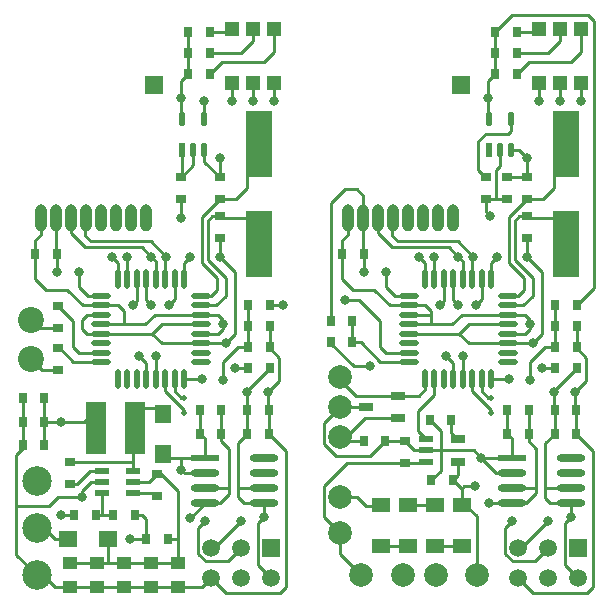
<source format=gtl>
%FSTAX24Y24*%
%MOIN*%
G70*
G01*
G75*
G04 Layer_Physical_Order=1*
G04 Layer_Color=255*
%ADD10R,0.0472X0.0217*%
%ADD11R,0.0472X0.0256*%
%ADD12R,0.0315X0.0374*%
%ADD13R,0.0630X0.0492*%
%ADD14R,0.0374X0.0315*%
%ADD15C,0.0197*%
%ADD16O,0.0217X0.0650*%
%ADD17O,0.0650X0.0217*%
%ADD18R,0.0472X0.0472*%
G04:AMPARAMS|DCode=19|XSize=21.7mil|YSize=47.2mil|CornerRadius=0mil|HoleSize=0mil|Usage=FLASHONLY|Rotation=180.000|XOffset=0mil|YOffset=0mil|HoleType=Round|Shape=Octagon|*
%AMOCTAGOND19*
4,1,8,0.0054,-0.0236,-0.0054,-0.0236,-0.0108,-0.0182,-0.0108,0.0182,-0.0054,0.0236,0.0054,0.0236,0.0108,0.0182,0.0108,-0.0182,0.0054,-0.0236,0.0*
%
%ADD19OCTAGOND19*%

%ADD20R,0.0217X0.0472*%
%ADD21R,0.0900X0.2200*%
%ADD22O,0.0394X0.0906*%
%ADD23O,0.0945X0.0236*%
%ADD24R,0.0945X0.0236*%
%ADD25R,0.0551X0.0591*%
%ADD26R,0.0591X0.0551*%
%ADD27R,0.0512X0.0394*%
%ADD28R,0.0709X0.1772*%
%ADD29C,0.0100*%
%ADD30C,0.0787*%
%ADD31C,0.0591*%
%ADD32C,0.0591*%
%ADD33R,0.0591X0.0591*%
%ADD34R,0.0591X0.0591*%
%ADD35C,0.0866*%
%ADD36C,0.0984*%
%ADD37C,0.0320*%
D10*
X0375Y030915D02*
D03*
Y030541D02*
D03*
Y030167D02*
D03*
X0267Y029117D02*
D03*
Y029491D02*
D03*
Y029865D02*
D03*
X027734Y029117D02*
D03*
Y029491D02*
D03*
Y029865D02*
D03*
D11*
X038544Y030167D02*
D03*
Y030915D02*
D03*
X0355Y031991D02*
D03*
X036544Y031617D02*
D03*
Y032365D02*
D03*
D12*
X034318Y034841D02*
D03*
X035026D02*
D03*
X035418Y030841D02*
D03*
X036126D02*
D03*
X034318Y034141D02*
D03*
X035026D02*
D03*
X038326Y031541D02*
D03*
X037618D02*
D03*
X035413Y037091D02*
D03*
X034704D02*
D03*
X041804Y034691D02*
D03*
X042513D02*
D03*
X042513Y035391D02*
D03*
X041804D02*
D03*
X041804Y033991D02*
D03*
X042513D02*
D03*
X042513Y033291D02*
D03*
X041804D02*
D03*
X039804Y043091D02*
D03*
X040513D02*
D03*
X039804Y043791D02*
D03*
X040513D02*
D03*
X039804Y044491D02*
D03*
X040513D02*
D03*
X037668Y029541D02*
D03*
X038376D02*
D03*
X04248Y031102D02*
D03*
X041772D02*
D03*
X04248Y03189D02*
D03*
X041772D02*
D03*
X040197D02*
D03*
X040906D02*
D03*
X040197Y031102D02*
D03*
X040906D02*
D03*
X025176Y037091D02*
D03*
X024468D02*
D03*
X031568Y034691D02*
D03*
X032276D02*
D03*
X032276Y035391D02*
D03*
X031568D02*
D03*
X031568Y033991D02*
D03*
X032276D02*
D03*
X032276Y033291D02*
D03*
X031568D02*
D03*
X029568Y043091D02*
D03*
X030276D02*
D03*
X029568Y043791D02*
D03*
X030276D02*
D03*
X029568Y044491D02*
D03*
X030276D02*
D03*
X027776Y028391D02*
D03*
X027068D02*
D03*
X026476D02*
D03*
X025768D02*
D03*
X024764Y030709D02*
D03*
X024055D02*
D03*
Y032283D02*
D03*
X024764D02*
D03*
X024055Y031496D02*
D03*
X024764D02*
D03*
X028876Y027591D02*
D03*
X028168D02*
D03*
X032244Y031102D02*
D03*
X031535D02*
D03*
X032244Y03189D02*
D03*
X031535D02*
D03*
X029961D02*
D03*
X030669D02*
D03*
X029961Y031102D02*
D03*
X030669D02*
D03*
D13*
X037772Y02872D02*
D03*
Y027361D02*
D03*
X036872D02*
D03*
Y02872D02*
D03*
X035972D02*
D03*
Y027361D02*
D03*
X038672D02*
D03*
Y02872D02*
D03*
D14*
X040172Y038936D02*
D03*
Y039645D02*
D03*
X039472Y038936D02*
D03*
Y039645D02*
D03*
X036772Y030845D02*
D03*
Y030136D02*
D03*
X040858Y039645D02*
D03*
Y038936D02*
D03*
Y037636D02*
D03*
Y038345D02*
D03*
X025222Y033945D02*
D03*
Y033236D02*
D03*
Y035345D02*
D03*
Y034636D02*
D03*
X029322Y039645D02*
D03*
Y038936D02*
D03*
X028522Y029036D02*
D03*
Y029745D02*
D03*
X025622Y030145D02*
D03*
Y029436D02*
D03*
X030622Y039645D02*
D03*
Y038936D02*
D03*
Y037636D02*
D03*
Y038345D02*
D03*
D15*
X039658Y0318D02*
D03*
Y0323D02*
D03*
X029422Y0318D02*
D03*
Y0323D02*
D03*
D16*
X039661Y032937D02*
D03*
X039346D02*
D03*
X039031D02*
D03*
X038716D02*
D03*
X038401D02*
D03*
X038086D02*
D03*
X037771D02*
D03*
X037456D02*
D03*
Y036244D02*
D03*
X037771D02*
D03*
X038086D02*
D03*
X038401D02*
D03*
X038716D02*
D03*
X039031D02*
D03*
X039346D02*
D03*
X039661D02*
D03*
X029424Y032937D02*
D03*
X029109D02*
D03*
X028794D02*
D03*
X02848D02*
D03*
X028165D02*
D03*
X02785D02*
D03*
X027535D02*
D03*
X02722D02*
D03*
Y036244D02*
D03*
X027535D02*
D03*
X02785D02*
D03*
X028165D02*
D03*
X02848D02*
D03*
X028794D02*
D03*
X029109D02*
D03*
X029424D02*
D03*
D17*
X036905Y033488D02*
D03*
Y033803D02*
D03*
Y034118D02*
D03*
Y034433D02*
D03*
Y034748D02*
D03*
Y035063D02*
D03*
Y035378D02*
D03*
Y035693D02*
D03*
X040212D02*
D03*
Y035378D02*
D03*
Y035063D02*
D03*
Y034748D02*
D03*
Y034433D02*
D03*
Y034118D02*
D03*
Y033803D02*
D03*
Y033488D02*
D03*
X026669D02*
D03*
Y033803D02*
D03*
Y034118D02*
D03*
Y034433D02*
D03*
Y034748D02*
D03*
Y035063D02*
D03*
Y035378D02*
D03*
Y035693D02*
D03*
X029976D02*
D03*
Y035378D02*
D03*
Y035063D02*
D03*
Y034748D02*
D03*
Y034433D02*
D03*
Y034118D02*
D03*
Y033803D02*
D03*
Y033488D02*
D03*
D18*
X041269Y042805D02*
D03*
X041958D02*
D03*
X042647D02*
D03*
Y044576D02*
D03*
X041958D02*
D03*
X041269D02*
D03*
X031033Y042805D02*
D03*
X031722D02*
D03*
X032411D02*
D03*
Y044576D02*
D03*
X031722D02*
D03*
X031033D02*
D03*
D19*
X040332Y040568D02*
D03*
X039958D02*
D03*
X040332Y041602D02*
D03*
X039584D02*
D03*
X030096Y040568D02*
D03*
X029722D02*
D03*
X030096Y041602D02*
D03*
X029348D02*
D03*
D20*
X039584Y040568D02*
D03*
X029348D02*
D03*
D21*
X042158Y037417D02*
D03*
Y040764D02*
D03*
X031922Y037417D02*
D03*
Y040764D02*
D03*
D22*
X034886Y038307D02*
D03*
X035386D02*
D03*
X035886D02*
D03*
X036386D02*
D03*
X036886D02*
D03*
X037386D02*
D03*
X037886D02*
D03*
X038386D02*
D03*
X02465D02*
D03*
X02515D02*
D03*
X02565D02*
D03*
X02615D02*
D03*
X02665D02*
D03*
X02715D02*
D03*
X02765D02*
D03*
X02815D02*
D03*
D23*
X042323Y028778D02*
D03*
Y029278D02*
D03*
Y029778D02*
D03*
Y030278D02*
D03*
X040354Y028778D02*
D03*
Y029278D02*
D03*
Y029778D02*
D03*
X032087Y028778D02*
D03*
Y029278D02*
D03*
Y029778D02*
D03*
Y030278D02*
D03*
X030118Y028778D02*
D03*
Y029278D02*
D03*
Y029778D02*
D03*
D24*
X040354Y030278D02*
D03*
X030118D02*
D03*
D25*
X028722Y030431D02*
D03*
Y031769D02*
D03*
D26*
X025553Y027591D02*
D03*
X026891D02*
D03*
D27*
X027422Y025997D02*
D03*
Y026784D02*
D03*
X026522Y025997D02*
D03*
Y026784D02*
D03*
X025622Y025997D02*
D03*
Y026784D02*
D03*
X028322Y025997D02*
D03*
Y026784D02*
D03*
X029222Y025997D02*
D03*
Y026784D02*
D03*
D28*
X026472Y0313D02*
D03*
X027772D02*
D03*
D29*
X030922Y029091D02*
Y029291D01*
X030609Y028778D02*
X030922Y029091D01*
X030118Y028778D02*
X030609D01*
X041458Y029291D02*
Y030789D01*
Y028954D02*
Y029291D01*
X041471Y029278D01*
X042323D01*
X041458Y028954D02*
X041635Y028778D01*
X042323D01*
X031222Y029291D02*
X031235Y029278D01*
X031222Y029291D02*
Y030789D01*
Y028991D02*
Y029291D01*
X031235Y029278D02*
X032087D01*
X031222Y028991D02*
X031435Y028778D01*
X032087D01*
X024055Y030709D02*
Y032283D01*
X029322Y0299D02*
X029444Y029778D01*
X030118D01*
X024764Y031496D02*
X026078D01*
X030909Y029278D02*
X030922Y029291D01*
X024764Y030709D02*
Y032283D01*
X030118Y029278D02*
X030909D01*
X039335Y030278D02*
X039835Y029778D01*
X040354D01*
X041158Y029591D02*
Y030591D01*
Y029127D02*
Y029591D01*
X040809Y028778D02*
X041158Y029127D01*
X040354Y028778D02*
X040809D01*
X039172Y026391D02*
Y028341D01*
X038793Y02872D02*
X039172Y028341D01*
X038672Y02872D02*
X038793D01*
X036126Y030841D02*
X036131Y030845D01*
X036772D01*
X034503Y030341D02*
X035626D01*
X036126Y030841D01*
X034622Y030991D02*
X034772Y030841D01*
X035418D01*
X034078Y030765D02*
X034503Y030341D01*
X034078Y030765D02*
Y031447D01*
X034622Y031991D01*
X037222Y031192D02*
Y031841D01*
X037771Y032389D01*
X037222Y031192D02*
X0375Y030915D01*
X037771Y032389D02*
Y032937D01*
X038672Y029245D02*
X038768Y029341D01*
X039122D01*
X035386Y038607D02*
Y039027D01*
X035172Y039241D02*
X035386Y039027D01*
X034772Y039241D02*
X035172D01*
X034318Y038786D02*
X034772Y039241D01*
X034318Y034841D02*
Y038786D01*
X035026Y034141D02*
X035026Y034141D01*
Y034841D01*
X035072Y033341D02*
X035622D01*
X034318Y034095D02*
X035072Y033341D01*
X034318Y034095D02*
Y034141D01*
X035318D02*
X03597Y033488D01*
X035026Y034141D02*
X035318D01*
X037636Y035063D02*
X037658Y035041D01*
Y035191D01*
Y034748D02*
Y035041D01*
X036905Y035063D02*
X037636D01*
X035263Y035541D02*
X035958Y034845D01*
X034772Y035541D02*
X035263D01*
X039472Y038491D02*
X039622Y038341D01*
X039472Y038491D02*
Y038936D01*
X039822Y038936D02*
X040172D01*
X039472D02*
X039822D01*
Y039891D01*
X039958Y040027D02*
Y040568D01*
X039822Y039891D02*
X039958Y040027D01*
X039472Y038936D02*
X039472Y038936D01*
X039572Y028791D02*
X039585Y028778D01*
X040354D01*
X039472Y041091D02*
X040222D01*
X039222Y040841D02*
X039472Y041091D01*
X039222Y039891D02*
Y040841D01*
X040222Y041091D02*
X040332Y041201D01*
Y041602D01*
X039222Y039891D02*
X039468Y039645D01*
X039472D01*
X04059Y040568D02*
X040858Y0403D01*
X040332Y040568D02*
X04059D01*
X040172Y039645D02*
X040858D01*
X039804Y044491D02*
X040354Y045041D01*
X042872D01*
X043072Y044841D01*
Y03595D02*
Y044841D01*
X042513Y035391D02*
X043072Y03595D01*
X035943Y028691D02*
X035972Y02872D01*
X035472Y028691D02*
X035943D01*
X035172Y028991D02*
X035472Y028691D01*
X034622Y028991D02*
X035172D01*
X035148Y032365D02*
X036544D01*
X034622Y032891D02*
X035148Y032365D01*
X037246D02*
X037456Y032574D01*
X036544Y032365D02*
X037246D01*
X034622Y032891D02*
Y032991D01*
Y030991D02*
X034822D01*
X035448Y031617D01*
X036544D01*
X034622Y031991D02*
X0355D01*
X037456Y032574D02*
Y032937D01*
X039072Y030541D02*
X039335Y030278D01*
X037972Y030541D02*
X039072D01*
X039335Y030278D02*
X040354D01*
X0375Y030541D02*
X037972D01*
Y031186D01*
Y029845D02*
Y030541D01*
X038326Y031133D02*
X038544Y030915D01*
X038326Y031133D02*
Y031541D01*
X037618D02*
X037972Y031186D01*
X036772Y030845D02*
X037076Y030541D01*
X0375D01*
X029322Y0299D02*
Y030291D01*
X030105D01*
X037668Y029541D02*
X037972Y029845D01*
X037469Y030136D02*
X0375Y030167D01*
X036772Y030136D02*
X037469D01*
X034868D02*
X036772D01*
X034078Y029347D02*
X034868Y030136D01*
X034078Y028334D02*
Y029347D01*
Y028334D02*
X034622Y027791D01*
Y027091D02*
Y027791D01*
Y027091D02*
X035322Y026391D01*
X035972Y027361D02*
X036872D01*
X037772D02*
X038672D01*
X036872Y02872D02*
X037772D01*
X038376Y029541D02*
X038672Y029245D01*
Y02872D02*
Y029245D01*
X038376Y029541D02*
X038544Y029709D01*
Y030167D01*
X039658Y0318D02*
Y0319D01*
X039031Y032528D02*
X039658Y0319D01*
X039346Y032513D02*
X039558Y0323D01*
X039658D01*
X039346Y032513D02*
Y032937D01*
X039031Y032528D02*
Y032937D01*
X040212Y034118D02*
X041058D01*
X041804Y035391D02*
X041804Y035391D01*
X042513Y033991D02*
X042513Y033991D01*
X038716Y032937D02*
Y033633D01*
X040558Y026291D02*
X041058Y025791D01*
X042858D01*
X043058Y025991D01*
Y030524D01*
X04248Y031102D02*
X043058Y030524D01*
X04248Y031102D02*
X04248Y031102D01*
Y03189D01*
X042113Y026736D02*
Y028116D01*
X042323Y028326D01*
X042113Y026736D02*
X042558Y026291D01*
X040197Y031102D02*
X040354Y030945D01*
Y030278D02*
Y030945D01*
X040197Y031102D02*
X040197Y031102D01*
Y03189D01*
X037658Y034748D02*
X038371D01*
X036905D02*
X037658D01*
X037471Y035378D02*
X037658Y035191D01*
X036905Y035378D02*
X037471D01*
X041358Y033291D02*
X041804D01*
X042323Y028326D02*
Y028778D01*
X040801Y034433D02*
X040958Y034591D01*
X040212Y034433D02*
X040801D01*
X040212Y035063D02*
X040786D01*
X040958Y034891D01*
X038601Y034433D02*
X038916Y034118D01*
X040212D01*
X036905Y034433D02*
X038601D01*
X038916Y034748D01*
X040212D01*
X038371D02*
X038686Y035063D01*
X040212D01*
X041458Y030789D02*
X041772Y031102D01*
X041772Y031102D01*
Y03189D01*
X040906Y030843D02*
X041158Y030591D01*
X040906Y030843D02*
Y031102D01*
X040906Y031102D01*
Y03189D01*
X040354Y029278D02*
X041158D01*
X038086Y035528D02*
Y036244D01*
X037958Y0354D02*
X038086Y035528D01*
X038401Y035557D02*
Y036244D01*
Y035557D02*
X038558Y0354D01*
X039346Y035587D02*
Y036244D01*
X039158Y0354D02*
X039346Y035587D01*
X03597Y033488D02*
X036905D01*
X036155Y033803D02*
X036905D01*
X035958Y034D02*
X036155Y033803D01*
X035958Y034D02*
Y034845D01*
X040603Y038345D02*
X040858D01*
X040458Y0382D02*
X040603Y038345D01*
X040458Y0369D02*
Y0382D01*
Y0369D02*
X041058Y0363D01*
X040212Y035693D02*
X040551D01*
X040758Y0359D01*
Y0363D01*
X040258Y0368D02*
X040758Y0363D01*
X040258Y0368D02*
Y038336D01*
X040858Y038936D01*
Y038345D02*
X040903Y0383D01*
X041858D01*
X040858Y038936D02*
X041394D01*
X041758Y0393D01*
Y0398D01*
X038401Y032937D02*
Y033457D01*
X038158Y0337D02*
X038401Y033457D01*
X039661Y032937D02*
X040261D01*
X039031Y036244D02*
Y036972D01*
X039058Y037D01*
X038716Y036244D02*
Y036843D01*
X038558Y037D02*
X038716Y036843D01*
X037771Y036244D02*
Y036987D01*
X037758Y037D02*
X037771Y036987D01*
X037456Y036244D02*
Y036802D01*
X037258Y037D02*
X037456Y036802D01*
X038248Y03731D02*
X038558Y037D01*
X036368Y03731D02*
X038248D01*
X038548Y03751D02*
X039058Y037D01*
X036358Y03828D02*
X036386Y038307D01*
X036358Y0377D02*
Y03828D01*
Y0377D02*
X036548Y03751D01*
X038548D01*
X035886Y037792D02*
Y038307D01*
Y037792D02*
X036368Y03731D01*
X039558Y041628D02*
Y0423D01*
Y041628D02*
X039584Y041602D01*
X042513Y033946D02*
X04282Y033638D01*
Y032862D02*
Y033638D01*
X039558Y0423D02*
Y042845D01*
X039804Y043091D01*
Y043791D01*
Y044491D01*
X040513D02*
X041183D01*
X041269Y044576D01*
X040513Y043091D02*
X040922Y0435D01*
X042647Y043811D02*
Y044576D01*
X041958Y0442D02*
Y044576D01*
X041549Y043791D02*
X041958Y0442D01*
X040513Y043791D02*
X041549D01*
X040922Y0435D02*
X042336D01*
X042647Y043811D01*
X041269Y042202D02*
Y042805D01*
X041258Y042191D02*
X041269Y042202D01*
X041958Y042191D02*
Y042805D01*
X042658Y042191D02*
Y042794D01*
X042647Y042805D02*
X042658Y042794D01*
X039661Y036244D02*
Y036802D01*
X039858Y037D01*
X040958Y0329D02*
Y0335D01*
X041449Y033991D01*
X041804D01*
Y035391D01*
X040958Y034591D02*
Y034741D01*
Y034891D01*
X041758Y032536D02*
X042513Y033291D01*
X041758Y0325D02*
Y032536D01*
Y031903D02*
Y0325D01*
Y031903D02*
X041772Y03189D01*
X040212Y035378D02*
X040736D01*
X041058Y0357D01*
Y0363D01*
X042513Y033946D02*
Y033991D01*
Y033991D02*
Y034691D01*
X040113Y027955D02*
X040358Y0282D01*
X040113Y027106D02*
Y027955D01*
Y027106D02*
X040374Y026845D01*
X041113D01*
X041558Y027291D01*
X040558D02*
X040649D01*
X041558Y0282D01*
X038658Y033691D02*
X038716Y033633D01*
X035386Y037117D02*
Y038307D01*
Y037117D02*
X035413Y037091D01*
X034886Y037728D02*
Y038307D01*
X034704Y037091D02*
Y037546D01*
X034886Y037728D01*
X036158Y035993D02*
Y0365D01*
Y035993D02*
X036458Y035693D01*
X036905D01*
X03628Y035378D02*
X036905D01*
X035758Y0359D02*
X03628Y035378D01*
X035058Y0359D02*
X035758D01*
X034704Y036254D02*
X035058Y0359D01*
X034704Y036254D02*
Y037091D01*
X035413Y036491D02*
Y037091D01*
X042458Y031912D02*
Y0325D01*
Y031912D02*
X04248Y03189D01*
X042458Y0325D02*
X04282Y032862D01*
X041058Y034118D02*
X041358Y034418D01*
X040858Y037D02*
Y037636D01*
Y039645D02*
Y0403D01*
X041358Y034418D02*
Y0365D01*
X040858Y037D02*
X041358Y0365D01*
X030622Y037D02*
X031122Y0365D01*
Y034418D02*
Y0365D01*
X030622Y039645D02*
Y0403D01*
Y037D02*
Y037636D01*
X030822Y034118D02*
X031122Y034418D01*
X032222Y0325D02*
X032584Y032862D01*
X032222Y031912D02*
X032244Y03189D01*
X032222Y031912D02*
Y0325D01*
X025176Y036491D02*
Y037091D01*
X024468Y036254D02*
Y037091D01*
Y036254D02*
X024822Y0359D01*
X025522D01*
X026044Y035378D01*
X026669D01*
X026222Y035693D02*
X026669D01*
X025922Y035993D02*
X026222Y035693D01*
X025922Y035993D02*
Y0365D01*
X024468Y037546D02*
X02465Y037728D01*
X024468Y037091D02*
Y037546D01*
X02465Y037728D02*
Y038307D01*
X02515Y037117D02*
X025176Y037091D01*
X02515Y037117D02*
Y038307D01*
X030028Y025997D02*
X030322Y026291D01*
X029222Y025997D02*
X030028D01*
X024472Y027891D02*
X024822D01*
X024409Y027953D02*
X024472Y027891D01*
X028422Y033691D02*
X02848Y033633D01*
X030413Y027291D02*
X031322Y0282D01*
X030322Y027291D02*
X030413D01*
X030877Y026845D02*
X031322Y027291D01*
X030138Y026845D02*
X030877D01*
X029877Y027106D02*
X030138Y026845D01*
X029877Y027106D02*
Y027955D01*
X030122Y0282D01*
X029622Y0283D02*
X029641D01*
X030118Y028778D01*
X026022Y028991D02*
Y0292D01*
X026313Y029491D01*
X028022Y032D02*
X028053Y031969D01*
X027734Y030191D02*
Y031328D01*
X028053Y031969D02*
X028822D01*
X032276Y033991D02*
Y034691D01*
Y033946D02*
Y033991D01*
X030822Y0357D02*
Y0363D01*
X0305Y035378D02*
X030822Y0357D01*
X029976Y035378D02*
X0305D01*
X031522Y031903D02*
X031535Y03189D01*
X031522Y031903D02*
Y0325D01*
Y032536D01*
X032276Y033291D01*
X030722Y034741D02*
Y034891D01*
Y034591D02*
Y034741D01*
X031568Y033991D02*
Y035391D01*
X031213Y033991D02*
X031568D01*
X030722Y0335D02*
X031213Y033991D01*
X030722Y0329D02*
Y0335D01*
X029424Y036802D02*
X029622Y037D01*
X029424Y036244D02*
Y036802D01*
X032411Y042805D02*
X032422Y042794D01*
Y042191D02*
Y042794D01*
X031722Y042191D02*
Y042805D01*
X031022Y042191D02*
X031033Y042202D01*
Y042805D01*
X0321Y0435D02*
X032411Y043811D01*
X030686Y0435D02*
X0321D01*
X030276Y043791D02*
X031313D01*
X031722Y0442D01*
Y044576D01*
X032411Y043811D02*
Y044576D01*
X030276Y043091D02*
X030686Y0435D01*
X030947Y044491D02*
X031033Y044576D01*
X030276Y044491D02*
X030947D01*
X029568Y043791D02*
Y044491D01*
Y043091D02*
Y043791D01*
X029322Y042845D02*
X029568Y043091D01*
X029322Y0423D02*
Y042845D01*
X032584Y032862D02*
Y033638D01*
X032276Y033946D02*
X032584Y033638D01*
X030096Y040171D02*
X030622Y039645D01*
X030096Y040171D02*
Y040568D01*
X029348Y039671D02*
X029722Y040045D01*
X029348Y039671D02*
Y040568D01*
X029322Y039645D02*
X029348Y039671D01*
X029722Y040045D02*
Y040568D01*
X029322Y041628D02*
X029348Y041602D01*
X029322Y041628D02*
Y0423D01*
X030096Y041602D02*
Y042202D01*
X029322Y0383D02*
Y038936D01*
X02565Y037792D02*
X026132Y03731D01*
X02565Y037792D02*
Y038307D01*
X026312Y03751D02*
X028312D01*
X026122Y0377D02*
X026312Y03751D01*
X026122Y0377D02*
Y03828D01*
X02615Y038307D01*
X028312Y03751D02*
X028822Y037D01*
X026132Y03731D02*
X028012D01*
X028322Y037D01*
X027022D02*
X02722Y036802D01*
Y036244D02*
Y036802D01*
X027522Y037D02*
X027535Y036987D01*
Y036244D02*
Y036987D01*
X028322Y037D02*
X02848Y036843D01*
Y036244D02*
Y036843D01*
X028794Y036972D02*
X028822Y037D01*
X028794Y036244D02*
Y036972D01*
X029424Y032937D02*
X030024D01*
X027922Y0337D02*
X028165Y033457D01*
Y032937D02*
Y033457D01*
X031522Y0393D02*
Y0398D01*
X031158Y038936D02*
X031522Y0393D01*
X030622Y038936D02*
X031158D01*
X030667Y0383D02*
X031622D01*
X030622Y038345D02*
X030667Y0383D01*
X030022Y038336D02*
X030622Y038936D01*
X030022Y0368D02*
Y038336D01*
Y0368D02*
X030522Y0363D01*
Y0359D02*
Y0363D01*
X030315Y035693D02*
X030522Y0359D01*
X029976Y035693D02*
X030315D01*
X030222Y0369D02*
X030822Y0363D01*
X030222Y0369D02*
Y0382D01*
X030367Y038345D01*
X030622D01*
X025222Y035345D02*
X025722Y034845D01*
Y034D02*
Y034845D01*
Y034D02*
X025919Y033803D01*
X026669D01*
X025222Y033945D02*
X025277D01*
X025734Y033488D01*
X026669D01*
X026189Y034433D02*
X026669D01*
X026022Y0346D02*
X026189Y034433D01*
X026022Y0346D02*
Y0349D01*
X026185Y035063D01*
X026669D01*
X028922Y0354D02*
X029109Y035587D01*
Y036244D01*
X028165Y035557D02*
X028322Y0354D01*
X028165Y035557D02*
Y036244D01*
X027722Y0354D02*
X02785Y035528D01*
Y036244D01*
X024322Y033591D02*
X024676Y033236D01*
X025222D01*
X024322Y034891D02*
X024576Y034636D01*
X025222D01*
X025622Y025997D02*
X026522D01*
X027422D01*
X028322D01*
X029222D01*
X025622Y026784D02*
X026522D01*
X027422D02*
X028322D01*
X029222D01*
X026891Y026815D02*
Y027591D01*
X026522Y026784D02*
X026922D01*
X027422D01*
X026891Y026815D02*
X026922Y026784D01*
X027622Y027591D02*
X028122D01*
X0267Y028413D02*
Y029117D01*
X026476Y028391D02*
X026722D01*
X027068D01*
X0267Y028413D02*
X026722Y028391D01*
X027734Y029117D02*
X028442D01*
X028522Y029036D01*
X027734Y029491D02*
X028268D01*
X028522Y029745D01*
X029222Y026784D02*
Y027591D01*
X028876D02*
X029222D01*
X027472Y031591D02*
X027734Y031328D01*
X026296Y029865D02*
X0267D01*
X025868Y029436D02*
X026296Y029865D01*
X025622Y029436D02*
X025868D01*
X025622Y030145D02*
X027688D01*
X027734Y029865D02*
Y030191D01*
X027688Y030145D02*
X027734Y030191D01*
X023822Y027065D02*
X024509Y026378D01*
X025116Y025997D02*
X025622D01*
X024509Y026378D02*
X024735D01*
X025116Y025997D01*
X025122Y027591D02*
X025553D01*
X024822Y027891D02*
X025122Y027591D01*
X030105Y030291D02*
X030118Y030278D01*
X030669Y031102D02*
Y03189D01*
X030669Y031102D02*
X030669Y031102D01*
X030669Y030843D02*
Y031102D01*
Y030843D02*
X030922Y030591D01*
Y029291D02*
Y030591D01*
X031535Y031102D02*
Y03189D01*
X031535Y031102D02*
X031535Y031102D01*
X031222Y030789D02*
X031535Y031102D01*
X026078Y031496D02*
X026172Y031591D01*
X027776Y028391D02*
X028022D01*
X028168Y028245D01*
Y027591D02*
Y028245D01*
X026313Y029491D02*
X0267D01*
X028522Y029745D02*
X028668D01*
X029222Y029191D01*
Y027591D02*
Y029191D01*
X023822Y028691D02*
Y030391D01*
X024055Y030624D01*
Y030709D01*
X02845Y035063D02*
X029976D01*
X028135Y034748D02*
X02845Y035063D01*
X02868Y034748D02*
X029976D01*
X028365Y034433D02*
X02868Y034748D01*
X026669Y034433D02*
X028365D01*
X02868Y034118D02*
X029976D01*
X028365Y034433D02*
X02868Y034118D01*
X03055Y035063D02*
X030722Y034891D01*
X029976Y035063D02*
X03055D01*
X029976Y034433D02*
X030565D01*
X030722Y034591D01*
X032087Y028326D02*
Y028778D01*
X031122Y033291D02*
X031568D01*
X026669Y035378D02*
X027235D01*
X027422Y035191D01*
X026669Y034748D02*
X027422D01*
X028135D01*
X027422D02*
Y035191D01*
X023822Y027065D02*
Y028691D01*
X024922D01*
X025222Y028991D01*
X025922D01*
X025322Y028391D02*
X025768D01*
X029961Y031102D02*
Y03189D01*
X029961Y031102D02*
X029961Y031102D01*
X030118Y030278D02*
Y030945D01*
X029961Y031102D02*
X030118Y030945D01*
X031877Y026736D02*
X032322Y026291D01*
X031877Y028116D02*
X032087Y028326D01*
X031877Y026736D02*
Y028116D01*
X032244Y031102D02*
Y03189D01*
X032244Y031102D02*
X032244Y031102D01*
X032244Y031102D02*
X032822Y030524D01*
Y025991D02*
Y030524D01*
X032622Y025791D02*
X032822Y025991D01*
X030822Y025791D02*
X032622D01*
X030322Y026291D02*
X030822Y025791D01*
X02848Y032937D02*
Y033633D01*
X032276Y035391D02*
X032722D01*
X032276Y033991D02*
X032276Y033991D01*
X031568Y035391D02*
X031568Y035391D01*
X029976Y034118D02*
X030822D01*
X028722Y030431D02*
X028862Y030291D01*
X029322D01*
X028794Y032528D02*
Y032937D01*
X029109Y032513D02*
Y032937D01*
X029322Y0323D02*
X029422D01*
X029109Y032513D02*
X029322Y0323D01*
X028794Y032528D02*
X029422Y0319D01*
Y0318D02*
Y0319D01*
D30*
X034622Y028991D02*
D03*
Y027791D02*
D03*
Y032991D02*
D03*
Y031991D02*
D03*
Y030991D02*
D03*
X035322Y026391D02*
D03*
X036722D02*
D03*
X037822D02*
D03*
X039172D02*
D03*
D31*
X040558Y026291D02*
D03*
X041558D02*
D03*
Y027291D02*
D03*
X040558D02*
D03*
X030322Y026291D02*
D03*
X031322D02*
D03*
Y027291D02*
D03*
X030322D02*
D03*
D32*
X042558Y026291D02*
D03*
X032322D02*
D03*
D33*
X042558Y027291D02*
D03*
X032322D02*
D03*
D34*
X038642Y042717D02*
D03*
X028406D02*
D03*
D35*
X024322Y034891D02*
D03*
Y0336D02*
D03*
D36*
X024509Y029528D02*
D03*
Y027953D02*
D03*
Y026378D02*
D03*
D37*
X035622Y033341D02*
D03*
X035386Y038607D02*
D03*
X039622Y038341D02*
D03*
X034772Y035541D02*
D03*
X039122Y029341D02*
D03*
X039335Y030278D02*
D03*
X041058Y034118D02*
D03*
X040958Y034741D02*
D03*
X038716Y033691D02*
D03*
X041358Y033291D02*
D03*
X042323Y028326D02*
D03*
X042658Y042191D02*
D03*
X041958D02*
D03*
X041258D02*
D03*
X039572Y028791D02*
D03*
X037958Y0354D02*
D03*
X038558D02*
D03*
X039158D02*
D03*
X037258Y037D02*
D03*
X037758D02*
D03*
X038558D02*
D03*
X039058D02*
D03*
X038386Y038607D02*
D03*
X036886D02*
D03*
X036386D02*
D03*
X035886D02*
D03*
X039858Y037D02*
D03*
X034886Y038607D02*
D03*
X038158Y0337D02*
D03*
X040261Y032937D02*
D03*
X039558Y0423D02*
D03*
X037886Y038607D02*
D03*
X037386D02*
D03*
X041558Y0282D02*
D03*
X040958Y0329D02*
D03*
X041758Y0325D02*
D03*
X040358Y0282D02*
D03*
X036158Y0365D02*
D03*
X035413Y036491D02*
D03*
X042458Y0325D02*
D03*
X040858Y037D02*
D03*
Y0403D02*
D03*
X030622D02*
D03*
Y037D02*
D03*
X032222Y0325D02*
D03*
X025176Y036491D02*
D03*
X025922Y0365D02*
D03*
X030122Y0282D02*
D03*
X031522Y0325D02*
D03*
X030722Y0329D02*
D03*
X031322Y0282D02*
D03*
X02715Y038607D02*
D03*
X02765D02*
D03*
X029322Y0423D02*
D03*
X030096Y042202D02*
D03*
X029322Y0383D02*
D03*
X030024Y032937D02*
D03*
X027922Y0337D02*
D03*
X02465Y038607D02*
D03*
X02515D02*
D03*
X029622Y037D02*
D03*
X02565Y038607D02*
D03*
X02615D02*
D03*
X02665D02*
D03*
X02815D02*
D03*
X028822Y037D02*
D03*
X028322D02*
D03*
X027522D02*
D03*
X027022D02*
D03*
X028922Y0354D02*
D03*
X028322D02*
D03*
X027722D02*
D03*
X027622Y027591D02*
D03*
X029622Y0283D02*
D03*
X029322Y0299D02*
D03*
X025322Y031491D02*
D03*
X031022Y042191D02*
D03*
X031722D02*
D03*
X032422D02*
D03*
X032087Y028326D02*
D03*
X031122Y033291D02*
D03*
X032722Y035391D02*
D03*
X026022Y028991D02*
D03*
X025322Y028391D02*
D03*
X02848Y033691D02*
D03*
X030722Y034741D02*
D03*
X030822Y034118D02*
D03*
M02*

</source>
